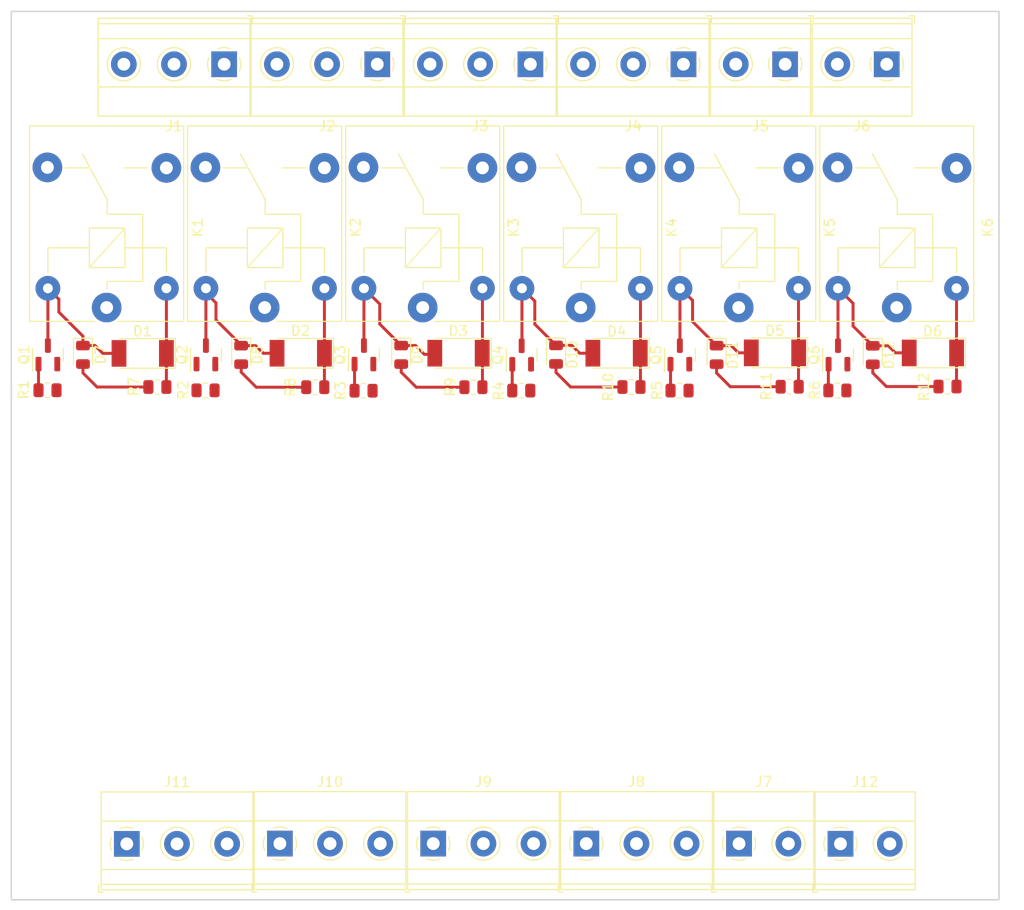
<source format=kicad_pcb>
(kicad_pcb (version 20211014) (generator pcbnew)
  (layers (0 "F.Cu" signal) (31 "B.Cu" signal) (34 "B.Paste" user) (35 "F.Paste" user) (36 "B.SilkS" user "B.Silkscreen") (37 "F.SilkS" user "F.Silkscreen") (38 "B.Mask" user) (39 "F.Mask" user) (44 "Edge.Cuts" user))
  (net 0 "")
  (net 35 "Net-(D1-Pad1)")
  (net 36 "Net-(D1-Pad2)")
  (net 37 "Net-(D2-Pad1)")
  (net 38 "Net-(D2-Pad2)")
  (net 39 "Net-(D3-Pad1)")
  (net 40 "Net-(D3-Pad2)")
  (net 41 "Net-(D4-Pad1)")
  (net 42 "Net-(D10-Pad1)")
  (net 43 "Net-(D5-Pad1)")
  (net 44 "Net-(D11-Pad1)")
  (net 45 "Net-(D12-Pad1)")
  (net 46 "Net-(Q1-Pad1)")
  (net 47 "GND")
  (net 48 "Net-(Q2-Pad1)")
  (net 49 "Net-(Q3-Pad1)")
  (net 50 "Net-(Q4-Pad1)")
  (net 51 "Net-(Q5-Pad1)")
  (net 52 "Net-(Q6-Pad1)")
  (net 59 "Net-(D6-Pad1)")
  (net 60 "Net-(D7-Pad2)")
  (net 61 "Net-(D8-Pad2)")
  (net 62 "Net-(D9-Pad2)")
  (net 63 "Net-(D10-Pad2)")
  (net 64 "Net-(D11-Pad2)")
  (net 65 "Net-(D12-Pad2)")
  (footprint "Relay_THT:Relay_SPDT_SANYOU_SRD_Series_Form_C" (layer "F.Cu") (at 79.65 60 90)
    (fp_text reference "K1" (at 8.1 9.2 90) (layer "F.SilkS"))
    (fp_text value "SANYOU_SRD_Form_C")
    (pad "1" thru_hole circle locked (at 0 0 180) (size 3 3) (drill 1.3) (layers *.Cu *.Mask))
    (pad "2" thru_hole circle locked (at 1.95 6.05 180) (size 2.5 2.5) (drill 1) (layers *.Cu *.Mask) (net 35 "Net-(D1-Pad1)"))
    (pad "3" thru_hole circle locked (at 14.15 6.05 180) (size 3 3) (drill 1.3) (layers *.Cu *.Mask))
    (pad "4" thru_hole circle locked (at 14.2 -6 180) (size 3 3) (drill 1.3) (layers *.Cu *.Mask))
    (pad "5" thru_hole circle locked (at 1.95 -5.95 180) (size 2.5 2.5) (drill 1) (layers *.Cu *.Mask) (net 36 "Net-(D1-Pad2)"))
  )
  (footprint "Resistor_SMD:R_0805_2012Metric" (layer "F.Cu") (at 73.6625 68.375)
    (fp_text reference "R1" (at -2.4125 -0.05 270) (layer "F.SilkS"))
    (fp_text value "R")
    (pad "1" smd roundrect locked (at -0.9125 0) (size 1.025 1.4) (layers "F.Cu" "F.Paste" "F.Mask") (roundrect_rratio 0.243902) (net 46 "Net-(Q1-Pad1)"))
    (pad "2" smd roundrect locked (at 0.9125 0) (size 1.025 1.4) (layers "F.Cu" "F.Paste" "F.Mask") (roundrect_rratio 0.243902))
  )
  (footprint "Diode_SMD:D_MELF" (layer "F.Cu") (at 83.3 64.643 180)
    (fp_text reference "D1" (at 0.025 2.243) (layer "F.SilkS"))
    (fp_text value "SM4007")
    (pad "1" smd rect locked (at -2.4 0 180) (size 1.5 2.7) (layers "F.Cu" "F.Paste" "F.Mask") (net 35 "Net-(D1-Pad1)"))
    (pad "2" smd rect locked (at 2.4 0 180) (size 1.5 2.7) (layers "F.Cu" "F.Paste" "F.Mask") (net 36 "Net-(D1-Pad2)"))
  )
  (footprint "Package_TO_SOT_SMD:SOT-23" (layer "F.Cu") (at 153.7 64.8 90)
    (fp_text reference "Q6" (at 0 -2.4 90) (layer "F.SilkS"))
    (fp_text value "MMBT3904")
    (pad "1" smd roundrect locked (at -0.9375 -0.95 90) (size 1.475 0.6) (layers "F.Cu" "F.Paste" "F.Mask") (net 52 "Net-(Q6-Pad1)"))
    (pad "2" smd roundrect locked (at -0.9375 0.95 90) (size 1.475 0.6) (layers "F.Cu" "F.Paste" "F.Mask") (net 47 "GND"))
    (pad "3" smd roundrect locked (at 0.9375 0 90) (size 1.475 0.6) (layers "F.Cu" "F.Paste" "F.Mask") (net 45 "Net-(D12-Pad1)"))
  )
  (footprint "Diode_SMD:D_MELF" (layer "F.Cu") (at 131.28 64.625 180)
    (fp_text reference "D4" (at -0.02 2.2) (layer "F.SilkS"))
    (fp_text value "SM4007")
    (pad "1" smd rect locked (at -2.4 0 180) (size 1.5 2.7) (layers "F.Cu" "F.Paste" "F.Mask") (net 41 "Net-(D4-Pad1)"))
    (pad "2" smd rect locked (at 2.4 0 180) (size 1.5 2.7) (layers "F.Cu" "F.Paste" "F.Mask") (net 42 "Net-(D10-Pad1)"))
  )
  (footprint "Diode_SMD:D_MELF" (layer "F.Cu") (at 115.275 64.625 180)
    (fp_text reference "D3" (at 0.025 2.25) (layer "F.SilkS"))
    (fp_text value "SM4007")
    (pad "1" smd rect locked (at -2.4 0 180) (size 1.5 2.7) (layers "F.Cu" "F.Paste" "F.Mask") (net 39 "Net-(D3-Pad1)"))
    (pad "2" smd rect locked (at 2.4 0 180) (size 1.5 2.7) (layers "F.Cu" "F.Paste" "F.Mask") (net 40 "Net-(D3-Pad2)"))
  )
  (footprint "Diode_SMD:D_MELF" (layer "F.Cu") (at 163.31 64.6 180)
    (fp_text reference "D6" (at 0.035 2.2) (layer "F.SilkS"))
    (fp_text value "SM4007")
    (pad "1" smd rect locked (at -2.4 0 180) (size 1.5 2.7) (layers "F.Cu" "F.Paste" "F.Mask") (net 59 "Net-(D6-Pad1)"))
    (pad "2" smd rect locked (at 2.4 0 180) (size 1.5 2.7) (layers "F.Cu" "F.Paste" "F.Mask") (net 45 "Net-(D12-Pad1)"))
  )
  (footprint "Relay_THT:Relay_SPDT_SANYOU_SRD_Series_Form_C" (layer "F.Cu") (at 127.65 60 90)
    (fp_text reference "K4" (at 8.1 9.2 90) (layer "F.SilkS"))
    (fp_text value "SANYOU_SRD_Form_C")
    (pad "1" thru_hole circle locked (at 0 0 180) (size 3 3) (drill 1.3) (layers *.Cu *.Mask))
    (pad "2" thru_hole circle locked (at 1.95 6.05 180) (size 2.5 2.5) (drill 1) (layers *.Cu *.Mask) (net 41 "Net-(D4-Pad1)"))
    (pad "3" thru_hole circle locked (at 14.15 6.05 180) (size 3 3) (drill 1.3) (layers *.Cu *.Mask))
    (pad "4" thru_hole circle locked (at 14.2 -6 180) (size 3 3) (drill 1.3) (layers *.Cu *.Mask))
    (pad "5" thru_hole circle locked (at 1.95 -5.95 180) (size 2.5 2.5) (drill 1) (layers *.Cu *.Mask) (net 42 "Net-(D10-Pad1)"))
  )
  (footprint "MountingHole:MountingHole_3.2mm_M3" (layer "F.Cu") (at 74 116)
    (fp_text reference "H4" hide)
    (fp_text value "MountingHole")
    (pad "" np_thru_hole circle (at 0 0) (size 3.2 3.2) (drill 3.2) (layers *.Cu *.Mask))
  )
  (footprint "Resistor_SMD:R_0805_2012Metric" (layer "F.Cu") (at 121.63 68.41)
    (fp_text reference "R4" (at -2.28 0.04 90) (layer "F.SilkS"))
    (fp_text value "R")
    (pad "1" smd roundrect locked (at -0.9125 0) (size 1.025 1.4) (layers "F.Cu" "F.Paste" "F.Mask") (roundrect_rratio 0.243902) (net 50 "Net-(Q4-Pad1)"))
    (pad "2" smd roundrect locked (at 0.9125 0) (size 1.025 1.4) (layers "F.Cu" "F.Paste" "F.Mask") (roundrect_rratio 0.243902))
  )
  (footprint "TerminalBlock_Phoenix:TerminalBlock_Phoenix_MKDS-1,5-2_1x02_P5.00mm_Horizontal" (layer "F.Cu") (at 148.35 35.35 180)
    (fp_text reference "J5" (at 2.5 -6.26 180) (layer "F.SilkS"))
    (fp_text value "Screw_Terminal_01x02")
    (pad "1" thru_hole rect locked (at 0 0 180) (size 2.6 2.6) (drill 1.3) (layers *.Cu *.Mask))
    (pad "2" thru_hole circle locked (at 5 0 180) (size 2.6 2.6) (drill 1.3) (layers *.Cu *.Mask))
  )
  (footprint "Resistor_SMD:R_0805_2012Metric" (layer "F.Cu") (at 84.7875 68.05)
    (fp_text reference "R7" (at -2.4125 -0.05 90) (layer "F.SilkS"))
    (fp_text value "R")
    (pad "1" smd roundrect locked (at -0.9125 0) (size 1.025 1.4) (layers "F.Cu" "F.Paste" "F.Mask") (roundrect_rratio 0.243902) (net 60 "Net-(D7-Pad2)"))
    (pad "2" smd roundrect locked (at 0.9125 0) (size 1.025 1.4) (layers "F.Cu" "F.Paste" "F.Mask") (roundrect_rratio 0.243902) (net 35 "Net-(D1-Pad1)"))
  )
  (footprint "TerminalBlock_Phoenix:TerminalBlock_Phoenix_MKDS-1,5-3-5.08_1x03_P5.08mm_Horizontal" (layer "F.Cu") (at 112.715 114.305)
    (fp_text reference "J9" (at 5.08 -6.26) (layer "F.SilkS"))
    (fp_text value "Screw_Terminal_01x03")
    (pad "1" thru_hole rect locked (at 0 0) (size 2.6 2.6) (drill 1.3) (layers *.Cu *.Mask))
    (pad "2" thru_hole circle locked (at 5.08 0) (size 2.6 2.6) (drill 1.3) (layers *.Cu *.Mask))
    (pad "3" thru_hole circle locked (at 10.16 0) (size 2.6 2.6) (drill 1.3) (layers *.Cu *.Mask))
  )
  (footprint "Package_TO_SOT_SMD:SOT-23" (layer "F.Cu") (at 121.67 64.81 90)
    (fp_text reference "Q4" (at 0 -2.4 90) (layer "F.SilkS"))
    (fp_text value "MMBT3904")
    (pad "1" smd roundrect locked (at -0.9375 -0.95 90) (size 1.475 0.6) (layers "F.Cu" "F.Paste" "F.Mask") (net 50 "Net-(Q4-Pad1)"))
    (pad "2" smd roundrect locked (at -0.9375 0.95 90) (size 1.475 0.6) (layers "F.Cu" "F.Paste" "F.Mask") (net 47 "GND"))
    (pad "3" smd roundrect locked (at 0.9375 0 90) (size 1.475 0.6) (layers "F.Cu" "F.Paste" "F.Mask") (net 42 "Net-(D10-Pad1)"))
  )
  (footprint "Resistor_SMD:R_0805_2012Metric" (layer "F.Cu") (at 148.8075 68.02)
    (fp_text reference "R11" (at -2.3575 -0.045 90) (layer "F.SilkS"))
    (fp_text value "R")
    (pad "1" smd roundrect locked (at -0.9125 0) (size 1.025 1.4) (layers "F.Cu" "F.Paste" "F.Mask") (roundrect_rratio 0.243902) (net 64 "Net-(D11-Pad2)"))
    (pad "2" smd roundrect locked (at 0.9125 0) (size 1.025 1.4) (layers "F.Cu" "F.Paste" "F.Mask") (roundrect_rratio 0.243902) (net 43 "Net-(D5-Pad1)"))
  )
  (footprint "Package_TO_SOT_SMD:SOT-23" (layer "F.Cu") (at 89.7 64.7875 90)
    (fp_text reference "Q2" (at 0 -2.4 90) (layer "F.SilkS"))
    (fp_text value "MMBT3904")
    (pad "1" smd roundrect locked (at -0.9375 -0.95 90) (size 1.475 0.6) (layers "F.Cu" "F.Paste" "F.Mask") (net 48 "Net-(Q2-Pad1)"))
    (pad "2" smd roundrect locked (at -0.9375 0.95 90) (size 1.475 0.6) (layers "F.Cu" "F.Paste" "F.Mask") (net 47 "GND"))
    (pad "3" smd roundrect locked (at 0.9375 0 90) (size 1.475 0.6) (layers "F.Cu" "F.Paste" "F.Mask") (net 38 "Net-(D2-Pad2)"))
  )
  (footprint "TerminalBlock_Phoenix:TerminalBlock_Phoenix_MKDS-1,5-3-5.08_1x03_P5.08mm_Horizontal" (layer "F.Cu") (at 128.215 114.305)
    (fp_text reference "J8" (at 5.08 -6.26) (layer "F.SilkS"))
    (fp_text value "Screw_Terminal_01x03")
    (pad "1" thru_hole rect locked (at 0 0) (size 2.6 2.6) (drill 1.3) (layers *.Cu *.Mask))
    (pad "2" thru_hole circle locked (at 5.08 0) (size 2.6 2.6) (drill 1.3) (layers *.Cu *.Mask))
    (pad "3" thru_hole circle locked (at 10.16 0) (size 2.6 2.6) (drill 1.3) (layers *.Cu *.Mask))
  )
  (footprint "TerminalBlock_Phoenix:TerminalBlock_Phoenix_MKDS-1,5-3-5.08_1x03_P5.08mm_Horizontal" (layer "F.Cu") (at 122.55 35.35 180)
    (fp_text reference "J3" (at 5.08 -6.26) (layer "F.SilkS"))
    (fp_text value "Screw_Terminal_01x03")
    (pad "1" thru_hole rect locked (at 0 0 180) (size 2.6 2.6) (drill 1.3) (layers *.Cu *.Mask))
    (pad "2" thru_hole circle locked (at 5.08 0 180) (size 2.6 2.6) (drill 1.3) (layers *.Cu *.Mask))
    (pad "3" thru_hole circle locked (at 10.16 0 180) (size 2.6 2.6) (drill 1.3) (layers *.Cu *.Mask))
  )
  (footprint "TerminalBlock_Phoenix:TerminalBlock_Phoenix_MKDS-1,5-2_1x02_P5.00mm_Horizontal" (layer "F.Cu") (at 143.68 114.31)
    (fp_text reference "J7" (at 2.5 -6.26) (layer "F.SilkS"))
    (fp_text value "Screw_Terminal_01x02")
    (pad "1" thru_hole rect locked (at 0 0) (size 2.6 2.6) (drill 1.3) (layers *.Cu *.Mask))
    (pad "2" thru_hole circle locked (at 5 0) (size 2.6 2.6) (drill 1.3) (layers *.Cu *.Mask))
  )
  (footprint "Resistor_SMD:R_0805_2012Metric" (layer "F.Cu") (at 164.7875 68)
    (fp_text reference "R12" (at -2.3875 0.05 90) (layer "F.SilkS"))
    (fp_text value "R")
    (pad "1" smd roundrect locked (at -0.9125 0) (size 1.025 1.4) (layers "F.Cu" "F.Paste" "F.Mask") (roundrect_rratio 0.243902) (net 65 "Net-(D12-Pad2)"))
    (pad "2" smd roundrect locked (at 0.9125 0) (size 1.025 1.4) (layers "F.Cu" "F.Paste" "F.Mask") (roundrect_rratio 0.243902) (net 59 "Net-(D6-Pad1)"))
  )
  (footprint "MountingHole:MountingHole_3.2mm_M3" (layer "F.Cu") (at 166 116)
    (fp_text reference "H1" hide)
    (fp_text value "MountingHole")
    (pad "" np_thru_hole circle (at 0 0) (size 3.2 3.2) (drill 3.2) (layers *.Cu *.Mask))
  )
  (footprint "Resistor_SMD:R_0805_2012Metric" (layer "F.Cu") (at 132.7875 68.05)
    (fp_text reference "R10" (at -2.3625 0 90) (layer "F.SilkS"))
    (fp_text value "R")
    (pad "1" smd roundrect locked (at -0.9125 0) (size 1.025 1.4) (layers "F.Cu" "F.Paste" "F.Mask") (roundrect_rratio 0.243902) (net 63 "Net-(D10-Pad2)"))
    (pad "2" smd roundrect locked (at 0.9125 0) (size 1.025 1.4) (layers "F.Cu" "F.Paste" "F.Mask") (roundrect_rratio 0.243902) (net 41 "Net-(D4-Pad1)"))
  )
  (footprint "TerminalBlock_Phoenix:TerminalBlock_Phoenix_MKDS-1,5-3-5.08_1x03_P5.08mm_Horizontal" (layer "F.Cu") (at 81.69 114.33)
    (fp_text reference "J11" (at 5.08 -6.26) (layer "F.SilkS"))
    (fp_text value "Screw_Terminal_01x03")
    (pad "1" thru_hole rect locked (at 0 0) (size 2.6 2.6) (drill 1.3) (layers *.Cu *.Mask))
    (pad "2" thru_hole circle locked (at 5.08 0) (size 2.6 2.6) (drill 1.3) (layers *.Cu *.Mask))
    (pad "3" thru_hole circle locked (at 10.16 0) (size 2.6 2.6) (drill 1.3) (layers *.Cu *.Mask))
  )
  (footprint "Relay_THT:Relay_SPDT_SANYOU_SRD_Series_Form_C" (layer "F.Cu") (at 111.65 60 90)
    (fp_text reference "K3" (at 8.1 9.2 90) (layer "F.SilkS"))
    (fp_text value "SANYOU_SRD_Form_C")
    (pad "1" thru_hole circle locked (at 0 0 180) (size 3 3) (drill 1.3) (layers *.Cu *.Mask))
    (pad "2" thru_hole circle locked (at 1.95 6.05 180) (size 2.5 2.5) (drill 1) (layers *.Cu *.Mask) (net 39 "Net-(D3-Pad1)"))
    (pad "3" thru_hole circle locked (at 14.15 6.05 180) (size 3 3) (drill 1.3) (layers *.Cu *.Mask))
    (pad "4" thru_hole circle locked (at 14.2 -6 180) (size 3 3) (drill 1.3) (layers *.Cu *.Mask))
    (pad "5" thru_hole circle locked (at 1.95 -5.95 180) (size 2.5 2.5) (drill 1) (layers *.Cu *.Mask) (net 40 "Net-(D3-Pad2)"))
  )
  (footprint "LED_SMD:LED_0805_2012Metric" (layer "F.Cu") (at 125.15 64.77 -90)
    (fp_text reference "D10" (at 0 -1.65 90) (layer "F.SilkS"))
    (fp_text value "LED")
    (pad "1" smd roundrect locked (at -0.9375 0 270) (size 0.975 1.4) (layers "F.Cu" "F.Paste" "F.Mask") (net 42 "Net-(D10-Pad1)"))
    (pad "2" smd roundrect locked (at 0.9375 0 270) (size 0.975 1.4) (layers "F.Cu" "F.Paste" "F.Mask") (net 63 "Net-(D10-Pad2)"))
  )
  (footprint "Diode_SMD:D_MELF" (layer "F.Cu") (at 99.3 64.63 180)
    (fp_text reference "D2" (at 0.025 2.28) (layer "F.SilkS"))
    (fp_text value "SM4007")
    (pad "1" smd rect locked (at -2.4 0 180) (size 1.5 2.7) (layers "F.Cu" "F.Paste" "F.Mask") (net 37 "Net-(D2-Pad1)"))
    (pad "2" smd rect locked (at 2.4 0 180) (size 1.5 2.7) (layers "F.Cu" "F.Paste" "F.Mask") (net 38 "Net-(D2-Pad2)"))
  )
  (footprint "LED_SMD:LED_0805_2012Metric" (layer "F.Cu") (at 77.25 64.7875 -90)
    (fp_text reference "D7" (at -0.0023 -1.778 90) (layer "F.SilkS"))
    (fp_text value "LED")
    (pad "1" smd roundrect locked (at -0.9375 0 270) (size 0.975 1.4) (layers "F.Cu" "F.Paste" "F.Mask") (net 36 "Net-(D1-Pad2)"))
    (pad "2" smd roundrect locked (at 0.9375 0 270) (size 0.975 1.4) (layers "F.Cu" "F.Paste" "F.Mask") (net 60 "Net-(D7-Pad2)"))
  )
  (footprint "Resistor_SMD:R_0805_2012Metric" (layer "F.Cu") (at 153.6375 68.4)
    (fp_text reference "R6" (at -2.2875 -0.025 90) (layer "F.SilkS"))
    (fp_text value "R")
    (pad "1" smd roundrect locked (at -0.9125 0) (size 1.025 1.4) (layers "F.Cu" "F.Paste" "F.Mask") (roundrect_rratio 0.243902) (net 52 "Net-(Q6-Pad1)"))
    (pad "2" smd roundrect locked (at 0.9125 0) (size 1.025 1.4) (layers "F.Cu" "F.Paste" "F.Mask") (roundrect_rratio 0.243902))
  )
  (footprint "LED_SMD:LED_0805_2012Metric" (layer "F.Cu") (at 157.225 64.8125 -90)
    (fp_text reference "D12" (at 0 -1.65 90) (layer "F.SilkS"))
    (fp_text value "LED")
    (pad "1" smd roundrect locked (at -0.9375 0 270) (size 0.975 1.4) (layers "F.Cu" "F.Paste" "F.Mask") (net 45 "Net-(D12-Pad1)"))
    (pad "2" smd roundrect locked (at 0.9375 0 270) (size 0.975 1.4) (layers "F.Cu" "F.Paste" "F.Mask") (net 65 "Net-(D12-Pad2)"))
  )
  (footprint "Resistor_SMD:R_0805_2012Metric" (layer "F.Cu") (at 89.6625 68.39)
    (fp_text reference "R2" (at -2.2625 -0.015 90) (layer "F.SilkS"))
    (fp_text value "R")
    (pad "1" smd roundrect locked (at -0.9125 0) (size 1.025 1.4) (layers "F.Cu" "F.Paste" "F.Mask") (roundrect_rratio 0.243902) (net 48 "Net-(Q2-Pad1)"))
    (pad "2" smd roundrect locked (at 0.9125 0) (size 1.025 1.4) (layers "F.Cu" "F.Paste" "F.Mask") (roundrect_rratio 0.243902))
  )
  (footprint "Package_TO_SOT_SMD:SOT-23" (layer "F.Cu") (at 105.7 64.7875 90)
    (fp_text reference "Q3" (at 0 -2.4 90) (layer "F.SilkS"))
    (fp_text value "MMBT3904")
    (pad "1" smd roundrect locked (at -0.9375 -0.95 90) (size 1.475 0.6) (layers "F.Cu" "F.Paste" "F.Mask") (net 49 "Net-(Q3-Pad1)"))
    (pad "2" smd roundrect locked (at -0.9375 0.95 90) (size 1.475 0.6) (layers "F.Cu" "F.Paste" "F.Mask") (net 47 "GND"))
    (pad "3" smd roundrect locked (at 0.9375 0 90) (size 1.475 0.6) (layers "F.Cu" "F.Paste" "F.Mask") (net 40 "Net-(D3-Pad2)"))
  )
  (footprint "TerminalBlock_Phoenix:TerminalBlock_Phoenix_MKDS-1,5-2_1x02_P5.00mm_Horizontal" (layer "F.Cu") (at 158.635 35.35 180)
    (fp_text reference "J6" (at 2.5 -6.26 180) (layer "F.SilkS"))
    (fp_text value "Screw_Terminal_01x02")
    (pad "1" thru_hole rect locked (at 0 0 180) (size 2.6 2.6) (drill 1.3) (layers *.Cu *.Mask))
    (pad "2" thru_hole circle locked (at 5 0 180) (size 2.6 2.6) (drill 1.3) (layers *.Cu *.Mask))
  )
  (footprint "Resistor_SMD:R_0805_2012Metric" (layer "F.Cu") (at 137.6575 68.41)
    (fp_text reference "R5" (at -2.2825 -0.01 90) (layer "F.SilkS"))
    (fp_text value "R")
    (pad "1" smd roundrect locked (at -0.9125 0) (size 1.025 1.4) (layers "F.Cu" "F.Paste" "F.Mask") (roundrect_rratio 0.243902) (net 51 "Net-(Q5-Pad1)"))
    (pad "2" smd roundrect locked (at 0.9125 0) (size 1.025 1.4) (layers "F.Cu" "F.Paste" "F.Mask") (roundrect_rratio 0.243902))
  )
  (footprint "Relay_THT:Relay_SPDT_SANYOU_SRD_Series_Form_C" (layer "F.Cu") (at 143.65 60 90)
    (fp_text reference "K5" (at 8.1 9.2 90) (layer "F.SilkS"))
    (fp_text value "SANYOU_SRD_Form_C")
    (pad "1" thru_hole circle locked (at 0 0 180) (size 3 3) (drill 1.3) (layers *.Cu *.Mask))
    (pad "2" thru_hole circle locked (at 1.95 6.05 180) (size 2.5 2.5) (drill 1) (layers *.Cu *.Mask) (net 43 "Net-(D5-Pad1)"))
    (pad "3" thru_hole circle locked (at 14.15 6.05 180) (size 3 3) (drill 1.3) (layers *.Cu *.Mask))
    (pad "4" thru_hole circle locked (at 14.2 -6 180) (size 3 3) (drill 1.3) (layers *.Cu *.Mask))
    (pad "5" thru_hole circle locked (at 1.95 -5.95 180) (size 2.5 2.5) (drill 1) (layers *.Cu *.Mask) (net 44 "Net-(D11-Pad1)"))
  )
  (footprint "TerminalBlock_Phoenix:TerminalBlock_Phoenix_MKDS-1,5-3-5.08_1x03_P5.08mm_Horizontal" (layer "F.Cu") (at 91.55 35.35 180)
    (fp_text reference "J1" (at 5.08 -6.26) (layer "F.SilkS"))
    (fp_text value "Screw_Terminal_01x03")
    (pad "1" thru_hole rect locked (at 0 0 180) (size 2.6 2.6) (drill 1.3) (layers *.Cu *.Mask))
    (pad "2" thru_hole circle locked (at 5.08 0 180) (size 2.6 2.6) (drill 1.3) (layers *.Cu *.Mask))
    (pad "3" thru_hole circle locked (at 10.16 0 180) (size 2.6 2.6) (drill 1.3) (layers *.Cu *.Mask))
  )
  (footprint "TerminalBlock_Phoenix:TerminalBlock_Phoenix_MKDS-1,5-3-5.08_1x03_P5.08mm_Horizontal" (layer "F.Cu") (at 107.05 35.35 180)
    (fp_text reference "J2" (at 5.08 -6.26) (layer "F.SilkS"))
    (fp_text value "Screw_Terminal_01x03")
    (pad "1" thru_hole rect locked (at 0 0 180) (size 2.6 2.6) (drill 1.3) (layers *.Cu *.Mask))
    (pad "2" thru_hole circle locked (at 5.08 0 180) (size 2.6 2.6) (drill 1.3) (layers *.Cu *.Mask))
    (pad "3" thru_hole circle locked (at 10.16 0 180) (size 2.6 2.6) (drill 1.3) (layers *.Cu *.Mask))
  )
  (footprint "LED_SMD:LED_0805_2012Metric" (layer "F.Cu") (at 109.475 64.7875 -90)
    (fp_text reference "D9" (at 0 -1.65 90) (layer "F.SilkS"))
    (fp_text value "LED")
    (pad "1" smd roundrect locked (at -0.9375 0 270) (size 0.975 1.4) (layers "F.Cu" "F.Paste" "F.Mask") (net 40 "Net-(D3-Pad2)"))
    (pad "2" smd roundrect locked (at 0.9375 0 270) (size 0.975 1.4) (layers "F.Cu" "F.Paste" "F.Mask") (net 62 "Net-(D9-Pad2)"))
  )
  (footprint "TerminalBlock_Phoenix:TerminalBlock_Phoenix_MKDS-1,5-3-5.08_1x03_P5.08mm_Horizontal" (layer "F.Cu") (at 97.19 114.305)
    (fp_text reference "J10" (at 5.08 -6.26) (layer "F.SilkS"))
    (fp_text value "Screw_Terminal_01x03")
    (pad "1" thru_hole rect locked (at 0 0) (size 2.6 2.6) (drill 1.3) (layers *.Cu *.Mask))
    (pad "2" thru_hole circle locked (at 5.08 0) (size 2.6 2.6) (drill 1.3) (layers *.Cu *.Mask))
    (pad "3" thru_hole circle locked (at 10.16 0) (size 2.6 2.6) (drill 1.3) (layers *.Cu *.Mask))
  )
  (footprint "Resistor_SMD:R_0805_2012Metric" (layer "F.Cu") (at 116.7875 68.07)
    (fp_text reference "R9" (at -2.3625 -0.02 90) (layer "F.SilkS"))
    (fp_text value "R")
    (pad "1" smd roundrect locked (at -0.9125 0) (size 1.025 1.4) (layers "F.Cu" "F.Paste" "F.Mask") (roundrect_rratio 0.243902) (net 62 "Net-(D9-Pad2)"))
    (pad "2" smd roundrect locked (at 0.9125 0) (size 1.025 1.4) (layers "F.Cu" "F.Paste" "F.Mask") (roundrect_rratio 0.243902) (net 39 "Net-(D3-Pad1)"))
  )
  (footprint "LED_SMD:LED_0805_2012Metric" (layer "F.Cu") (at 141.41 64.7975 -90)
    (fp_text reference "D11" (at 0 -1.65 90) (layer "F.SilkS"))
    (fp_text value "LED")
    (pad "1" smd roundrect locked (at -0.9375 0 270) (size 0.975 1.4) (layers "F.Cu" "F.Paste" "F.Mask") (net 44 "Net-(D11-Pad1)"))
    (pad "2" smd roundrect locked (at 0.9375 0 270) (size 0.975 1.4) (layers "F.Cu" "F.Paste" "F.Mask") (net 64 "Net-(D11-Pad2)"))
  )
  (footprint "Relay_THT:Relay_SPDT_SANYOU_SRD_Series_Form_C" (layer "F.Cu") (at 159.65 60 90)
    (fp_text reference "K6" (at 8.1 9.2 90) (layer "F.SilkS"))
    (fp_text value "SANYOU_SRD_Form_C")
    (pad "1" thru_hole circle locked (at 0 0 180) (size 3 3) (drill 1.3) (layers *.Cu *.Mask))
    (pad "2" thru_hole circle locked (at 1.95 6.05 180) (size 2.5 2.5) (drill 1) (layers *.Cu *.Mask) (net 59 "Net-(D6-Pad1)"))
    (pad "3" thru_hole circle locked (at 14.15 6.05 180) (size 3 3) (drill 1.3) (layers *.Cu *.Mask))
    (pad "4" thru_hole circle locked (at 14.2 -6 180) (size 3 3) (drill 1.3) (layers *.Cu *.Mask))
    (pad "5" thru_hole circle locked (at 1.95 -5.95 180) (size 2.5 2.5) (drill 1) (layers *.Cu *.Mask) (net 45 "Net-(D12-Pad1)"))
  )
  (footprint "Package_TO_SOT_SMD:SOT-23" (layer "F.Cu") (at 137.69 64.8 90)
    (fp_text reference "Q5" (at 0 -2.4 90) (layer "F.SilkS"))
    (fp_text value "MMBT3904")
    (pad "1" smd roundrect locked (at -0.9375 -0.95 90) (size 1.475 0.6) (layers "F.Cu" "F.Paste" "F.Mask") (net 51 "Net-(Q5-Pad1)"))
    (pad "2" smd roundrect locked (at -0.9375 0.95 90) (size 1.475 0.6) (layers "F.Cu" "F.Paste" "F.Mask") (net 47 "GND"))
    (pad "3" smd roundrect locked (at 0.9375 0 90) (size 1.475 0.6) (layers "F.Cu" "F.Paste" "F.Mask") (net 44 "Net-(D11-Pad1)"))
  )
  (footprint "Diode_SMD:D_MELF" (layer "F.Cu") (at 147.32 64.59 180)
    (fp_text reference "D5" (at 0.02 2.24) (layer "F.SilkS"))
    (fp_text value "SM4007")
    (pad "1" smd rect locked (at -2.4 0 180) (size 1.5 2.7) (layers "F.Cu" "F.Paste" "F.Mask") (net 43 "Net-(D5-Pad1)"))
    (pad "2" smd rect locked (at 2.4 0 180) (size 1.5 2.7) (layers "F.Cu" "F.Paste" "F.Mask") (net 44 "Net-(D11-Pad1)"))
  )
  (footprint "Resistor_SMD:R_0805_2012Metric" (layer "F.Cu") (at 105.6625 68.425)
    (fp_text reference "R3" (at -2.3375 0 90) (layer "F.SilkS"))
    (fp_text value "R")
    (pad "1" smd roundrect locked (at -0.9125 0) (size 1.025 1.4) (layers "F.Cu" "F.Paste" "F.Mask") (roundrect_rratio 0.243902) (net 49 "Net-(Q3-Pad1)"))
    (pad "2" smd roundrect locked (at 0.9125 0) (size 1.025 1.4) (layers "F.Cu" "F.Paste" "F.Mask") (roundrect_rratio 0.243902))
  )
  (footprint "MountingHole:MountingHole_3.2mm_M3" (layer "F.Cu") (at 74 34)
    (fp_text reference "H2" hide)
    (fp_text value "MountingHole")
    (pad "" np_thru_hole circle (at 0 0) (size 3.2 3.2) (drill 3.2) (layers *.Cu *.Mask))
  )
  (footprint "TerminalBlock_Phoenix:TerminalBlock_Phoenix_MKDS-1,5-3-5.08_1x03_P5.08mm_Horizontal" (layer "F.Cu") (at 138.05 35.35 180)
    (fp_text reference "J4" (at 5.08 -6.26) (layer "F.SilkS"))
    (fp_text value "Screw_Terminal_01x03")
    (pad "1" thru_hole rect locked (at 0 0 180) (size 2.6 2.6) (drill 1.3) (layers *.Cu *.Mask))
    (pad "2" thru_hole circle locked (at 5.08 0 180) (size 2.6 2.6) (drill 1.3) (layers *.Cu *.Mask))
    (pad "3" thru_hole circle locked (at 10.16 0 180) (size 2.6 2.6) (drill 1.3) (layers *.Cu *.Mask))
  )
  (footprint "MountingHole:MountingHole_3.2mm_M3" (layer "F.Cu") (at 166 34)
    (fp_text reference "H3" hide)
    (fp_text value "MountingHole")
    (pad "" np_thru_hole circle (at 0 0) (size 3.2 3.2) (drill 3.2) (layers *.Cu *.Mask))
  )
  (footprint "Package_TO_SOT_SMD:SOT-23" (layer "F.Cu") (at 73.7 64.7875 90)
    (fp_text reference "Q1" (at 0 -2.4 90) (layer "F.SilkS"))
    (fp_text value "MMBT3904")
    (pad "1" smd roundrect locked (at -0.9375 -0.95 90) (size 1.475 0.6) (layers "F.Cu" "F.Paste" "F.Mask") (net 46 "Net-(Q1-Pad1)"))
    (pad "2" smd roundrect locked (at -0.9375 0.95 90) (size 1.475 0.6) (layers "F.Cu" "F.Paste" "F.Mask") (net 47 "GND"))
    (pad "3" smd roundrect locked (at 0.9375 0 90) (size 1.475 0.6) (layers "F.Cu" "F.Paste" "F.Mask") (net 36 "Net-(D1-Pad2)"))
  )
  (footprint "LED_SMD:LED_0805_2012Metric" (layer "F.Cu") (at 93.27 64.7975 -90)
    (fp_text reference "D8" (at 0 -1.65 90) (layer "F.SilkS"))
    (fp_text value "LED")
    (pad "1" smd roundrect locked (at -0.9375 0 270) (size 0.975 1.4) (layers "F.Cu" "F.Paste" "F.Mask") (net 38 "Net-(D2-Pad2)"))
    (pad "2" smd roundrect locked (at 0.9375 0 270) (size 0.975 1.4) (layers "F.Cu" "F.Paste" "F.Mask") (net 61 "Net-(D8-Pad2)"))
  )
  (footprint "Relay_THT:Relay_SPDT_SANYOU_SRD_Series_Form_C" (layer "F.Cu") (at 95.65 60 90)
    (fp_text reference "K2" (at 8.1 9.2 90) (layer "F.SilkS"))
    (fp_text value "SANYOU_SRD_Form_C")
    (pad "1" thru_hole circle locked (at 0 0 180) (size 3 3) (drill 1.3) (layers *.Cu *.Mask))
    (pad "2" thru_hole circle locked (at 1.95 6.05 180) (size 2.5 2.5) (drill 1) (layers *.Cu *.Mask) (net 37 "Net-(D2-Pad1)"))
    (pad "3" thru_hole circle locked (at 14.15 6.05 180) (size 3 3) (drill 1.3) (layers *.Cu *.Mask))
    (pad "4" thru_hole circle locked (at 14.2 -6 180) (size 3 3) (drill 1.3) (layers *.Cu *.Mask))
    (pad "5" thru_hole circle locked (at 1.95 -5.95 180) (size 2.5 2.5) (drill 1) (layers *.Cu *.Mask) (net 38 "Net-(D2-Pad2)"))
  )
  (footprint "Resistor_SMD:R_0805_2012Metric" (layer "F.Cu") (at 100.77 68.07)
    (fp_text reference "R8" (at -2.52 0.005 90) (layer "F.SilkS"))
    (fp_text value "R")
    (pad "1" smd roundrect locked (at -0.9125 0) (size 1.025 1.4) (layers "F.Cu" "F.Paste" "F.Mask") (roundrect_rratio 0.243902) (net 61 "Net-(D8-Pad2)"))
    (pad "2" smd roundrect locked (at 0.9125 0) (size 1.025 1.4) (layers "F.Cu" "F.Paste" "F.Mask") (roundrect_rratio 0.243902) (net 37 "Net-(D2-Pad1)"))
  )
  (footprint "TerminalBlock_Phoenix:TerminalBlock_Phoenix_MKDS-1,5-2_1x02_P5.00mm_Horizontal" (layer "F.Cu") (at 153.95 114.325)
    (fp_text reference "J12" (at 2.5 -6.26) (layer "F.SilkS"))
    (fp_text value "Screw_Terminal_01x02")
    (pad "1" thru_hole rect locked (at 0 0) (size 2.6 2.6) (drill 1.3) (layers *.Cu *.Mask))
    (pad "2" thru_hole circle locked (at 5 0) (size 2.6 2.6) (drill 1.3) (layers *.Cu *.Mask))
  )
  (gr_line (start 70 30) (end 170 30) (layer "Edge.Cuts") (width 0.15))
  (gr_line (start 170 30) (end 170 120) (layer "Edge.Cuts") (width 0.15))
  (gr_line (start 70 120) (end 70 30) (layer "Edge.Cuts") (width 0.15))
  (gr_line (start 170 120) (end 70 120) (layer "Edge.Cuts") (width 0.15))
  (segment (start 85.7 68.05) (end 85.7 58.05) (width 0.3) (layer "F.Cu") (net 35))
  (segment (start 80.9 64.643) (end 79.263 64.643) (width 0.3) (layer "F.Cu") (net 36))
  (segment (start 73.7 58.05) (end 74.81 59.16) (width 0.3) (layer "F.Cu") (net 36))
  (segment (start 79.263 64.643) (end 78.47 63.85) (width 0.3) (layer "F.Cu") (net 36))
  (segment (start 78.47 63.85) (end 77.25 63.85) (width 0.3) (layer "F.Cu") (net 36))
  (segment (start 74.81 59.16) (end 74.81 60.46) (width 0.3) (layer "F.Cu") (net 36))
  (segment (start 73.7 63.85) (end 73.7 58.05) (width 0.3) (layer "F.Cu") (net 36))
  (segment (start 77.25 62.9) (end 77.25 63.85) (width 0.3) (layer "F.Cu") (net 36))
  (segment (start 74.81 60.46) (end 77.25 62.9) (width 0.3) (layer "F.Cu") (net 36))
  (segment (start 101.7 58.05) (end 101.7 68.0525) (width 0.3) (layer "F.Cu") (net 37))
  (segment (start 101.7 68.0525) (end 101.6825 68.07) (width 0.3) (layer "F.Cu") (net 37))
  (segment (start 89.7 63.85) (end 89.7 58.05) (width 0.3) (layer "F.Cu") (net 38))
  (segment (start 93.27 63.86) (end 93.27 63.795) (width 0.3) (layer "F.Cu") (net 38))
  (segment (start 90.72 61.245) (end 90.72 59.53) (width 0.3) (layer "F.Cu") (net 38))
  (segment (start 93.27 63.795) (end 90.72 61.245) (width 0.3) (layer "F.Cu") (net 38))
  (segment (start 94.735 63.86) (end 95.505 64.63) (width 0.3) (layer "F.Cu") (net 38))
  (segment (start 95.505 64.63) (end 96.9 64.63) (width 0.3) (layer "F.Cu") (net 38))
  (segment (start 93.27 63.86) (end 94.735 63.86) (width 0.3) (layer "F.Cu") (net 38))
  (segment (start 90.72 59.53) (end 90.025269 58.835269) (width 0.3) (layer "F.Cu") (net 38))
  (arc (start 90.025269 58.835269) (mid 89.784535 58.474984) (end 89.7 58.05) (width 0.3) (layer "F.Cu") (net 38))
  (segment (start 117.7 68.07) (end 117.7 58.05) (width 0.3) (layer "F.Cu") (net 39))
  (segment (start 105.7 58.05) (end 105.7 63.85) (width 0.3) (layer "F.Cu") (net 40))
  (segment (start 110.925 63.85) (end 109.475 63.85) (width 0.3) (layer "F.Cu") (net 40))
  (segment (start 112.89 64.74) (end 111.815 64.74) (width 0.3) (layer "F.Cu") (net 40))
  (segment (start 105.7 58.05) (end 105.7 58.225) (width 0.3) (layer "F.Cu") (net 40))
  (segment (start 107.3 59.65) (end 107.3 61.675) (width 0.3) (layer "F.Cu") (net 40))
  (segment (start 111.815 64.74) (end 110.925 63.85) (width 0.3) (layer "F.Cu") (net 40))
  (segment (start 105.7 58.05) (end 107.3 59.65) (width 0.3) (layer "F.Cu") (net 40))
  (segment (start 107.3 61.675) (end 109.475 63.85) (width 0.3) (layer "F.Cu") (net 40))
  (segment (start 133.7 68.05) (end 133.7 58.05) (width 0.3) (layer "F.Cu") (net 41))
  (segment (start 123 61.6825) (end 123 59.35) (width 0.3) (layer "F.Cu") (net 42))
  (segment (start 128.88 64.625) (end 127.535 64.625) (width 0.3) (layer "F.Cu") (net 42))
  (segment (start 121.7 63.8425) (end 121.7 58.05) (width 0.3) (layer "F.Cu") (net 42))
  (segment (start 121.67 63.8725) (end 121.7 63.8425) (width 0.3) (layer "F.Cu") (net 42))
  (segment (start 125.15 63.8325) (end 123 61.6825) (width 0.3) (layer "F.Cu") (net 42))
  (segment (start 127.535 64.625) (end 126.7425 63.8325) (width 0.3) (layer "F.Cu") (net 42))
  (segment (start 125.11 63.8725) (end 125.15 63.8325) (width 0.3) (layer "F.Cu") (net 42))
  (segment (start 123 59.35) (end 121.7 58.05) (width 0.3) (layer "F.Cu") (net 42))
  (segment (start 126.7425 63.8325) (end 125.15 63.8325) (width 0.3) (layer "F.Cu") (net 42))
  (segment (start 149.7 68) (end 149.72 68.02) (width 0.3) (layer "F.Cu") (net 43))
  (segment (start 149.7 58.05) (end 149.7 68) (width 0.3) (layer "F.Cu") (net 43))
  (segment (start 138.975 59.275) (end 137.75 58.05) (width 0.3) (layer "F.Cu") (net 44))
  (segment (start 142.89 63.86) (end 141.41 63.86) (width 0.3) (layer "F.Cu") (net 44))
  (segment (start 137.7 63.8525) (end 137.69 63.8625) (width 0.3) (layer "F.Cu") (net 44))
  (segment (start 141.41 63.86) (end 138.975 61.425) (width 0.3) (layer "F.Cu") (net 44))
  (segment (start 144.92 64.59) (end 143.62 64.59) (width 0.3) (layer "F.Cu") (net 44))
  (segment (start 143.62 64.59) (end 142.89 63.86) (width 0.3) (layer "F.Cu") (net 44))
  (segment (start 137.7 58.05) (end 137.7 63.8525) (width 0.3) (layer "F.Cu") (net 44))
  (segment (start 138.975 61.425) (end 138.975 59.275) (width 0.3) (layer "F.Cu") (net 44))
  (segment (start 137.75 58.05) (end 137.7 58.05) (width 0.3) (layer "F.Cu") (net 44))
  (segment (start 155.22652 59.57652) (end 155.22652 61.87652) (width 0.3) (layer "F.Cu") (net 45))
  (segment (start 159.515 64.59) (end 158.8 63.875) (width 0.3) (layer "F.Cu") (net 45))
  (segment (start 157.225 63.875) (end 158.8 63.875) (width 0.3) (layer "F.Cu") (net 45))
  (segment (start 160.89 64.59) (end 159.515 64.59) (width 0.3) (layer "F.Cu") (net 45))
  (segment (start 155.22652 61.87652) (end 157.225 63.875) (width 0.3) (layer "F.Cu") (net 45))
  (segment (start 153.7 58.05) (end 153.7 63.8625) (width 0.3) (layer "F.Cu") (net 45))
  (segment (start 153.7 58.05) (end 155.22652 59.57652) (width 0.3) (layer "F.Cu") (net 45))
  (segment (start 72.75 68.375) (end 72.75 65.725) (width 0.3) (layer "F.Cu") (net 46))
  (segment (start 104.75 68.425) (end 104.75 65.725) (width 0.3) (layer "F.Cu") (net 49))
  (segment (start 120.7175 65.75) (end 120.72 65.7475) (width 0.3) (layer "F.Cu") (net 50))
  (segment (start 120.7175 68.41) (end 120.7175 65.75) (width 0.3) (layer "F.Cu") (net 50))
  (segment (start 136.745 68.41) (end 136.745 65.7425) (width 0.3) (layer "F.Cu") (net 51))
  (segment (start 136.745 65.7425) (end 136.74 65.7375) (width 0.3) (layer "F.Cu") (net 51))
  (segment (start 152.725 68.4) (end 152.725 65.7625) (width 0.3) (layer "F.Cu") (net 52))
  (segment (start 152.725 65.7625) (end 152.75 65.7375) (width 0.3) (layer "F.Cu") (net 52))
  (segment (start 165.7 58.05) (end 165.7 68) (width 0.3) (layer "F.Cu") (net 59))
  (segment (start 77.25 66.625) (end 78.675 68.05) (width 0.3) (layer "F.Cu") (net 60))
  (segment (start 78.675 68.05) (end 83.875 68.05) (width 0.3) (layer "F.Cu") (net 60))
  (segment (start 77.25 65.725) (end 77.25 66.625) (width 0.3) (layer "F.Cu") (net 60))
  (segment (start 93.27 66.545) (end 94.795 68.07) (width 0.3) (layer "F.Cu") (net 61))
  (segment (start 93.27 65.735) (end 93.2425 65.7075) (width 0.3) (layer "F.Cu") (net 61))
  (segment (start 93.27 65.735) (end 93.27 66.545) (width 0.3) (layer "F.Cu") (net 61))
  (segment (start 94.795 68.07) (end 99.8575 68.07) (width 0.3) (layer "F.Cu") (net 61))
  (segment (start 93.2425 65.7075) (end 93.2425 65.415) (width 0.3) (layer "F.Cu") (net 61))
  (segment (start 109.475 65.725) (end 109.475 66.55) (width 0.3) (layer "F.Cu") (net 62))
  (segment (start 109.475 66.55) (end 110.995 68.07) (width 0.3) (layer "F.Cu") (net 62))
  (segment (start 110.995 68.07) (end 115.875 68.07) (width 0.3) (layer "F.Cu") (net 62))
  (segment (start 125.15 65.7075) (end 125.15 66.575) (width 0.3) (layer "F.Cu") (net 63))
  (segment (start 125.15 66.575) (end 126.625 68.05) (width 0.3) (layer "F.Cu") (net 63))
  (segment (start 126.625 68.05) (end 131.875 68.05) (width 0.3) (layer "F.Cu") (net 63))
  (segment (start 142.795 68.02) (end 141.41 66.635) (width 0.3) (layer "F.Cu") (net 64))
  (segment (start 147.895 68.02) (end 142.795 68.02) (width 0.3) (layer "F.Cu") (net 64))
  (segment (start 141.41 66.635) (end 141.41 65.735) (width 0.3) (layer "F.Cu") (net 64))
  (segment (start 163.875 68) (end 158.6 68) (width 0.3) (layer "F.Cu") (net 65))
  (segment (start 158.6 68) (end 157.225 66.625) (width 0.3) (layer "F.Cu") (net 65))
  (segment (start 157.225 66.625) (end 157.225 65.75) (width 0.3) (layer "F.Cu") (net 65))
)
</source>
